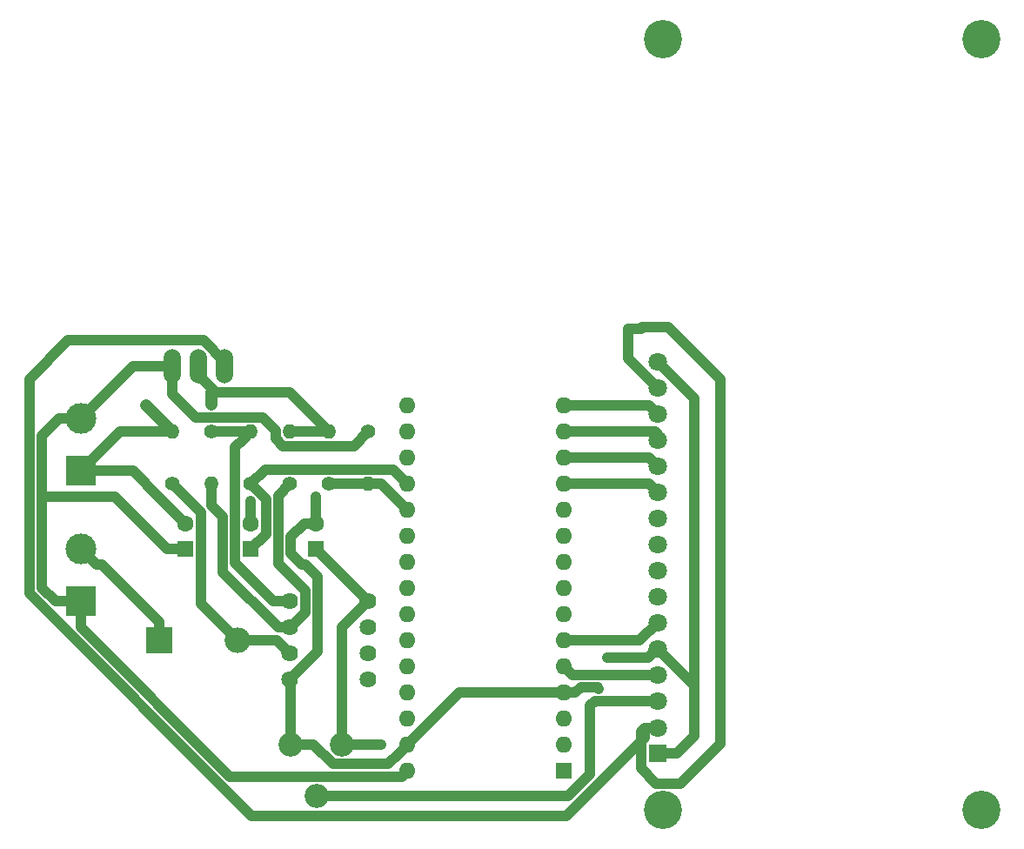
<source format=gbl>
G04 #@! TF.GenerationSoftware,KiCad,Pcbnew,(5.1.2)-2*
G04 #@! TF.CreationDate,2019-09-02T15:00:53-07:00*
G04 #@! TF.ProjectId,watt meter,77617474-206d-4657-9465-722e6b696361,rev?*
G04 #@! TF.SameCoordinates,Original*
G04 #@! TF.FileFunction,Copper,L2,Bot*
G04 #@! TF.FilePolarity,Positive*
%FSLAX46Y46*%
G04 Gerber Fmt 4.6, Leading zero omitted, Abs format (unit mm)*
G04 Created by KiCad (PCBNEW (5.1.2)-2) date 2019-09-02 15:00:53*
%MOMM*%
%LPD*%
G04 APERTURE LIST*
%ADD10R,1.600000X1.600000*%
%ADD11O,1.600000X1.600000*%
%ADD12C,1.600000*%
%ADD13R,1.800000X1.800000*%
%ADD14C,1.800000*%
%ADD15C,3.716000*%
%ADD16R,3.000000X3.000000*%
%ADD17C,3.000000*%
%ADD18O,1.400000X1.400000*%
%ADD19C,1.400000*%
%ADD20C,2.340000*%
%ADD21R,2.500000X2.500000*%
%ADD22O,2.500000X2.500000*%
%ADD23O,1.676400X3.352800*%
%ADD24C,1.625600*%
%ADD25C,0.800000*%
%ADD26C,1.000000*%
%ADD27C,1.200000*%
G04 APERTURE END LIST*
D10*
X115570000Y-113030000D03*
D11*
X100330000Y-80010000D03*
X115570000Y-110490000D03*
X100330000Y-82550000D03*
X115570000Y-107950000D03*
X100330000Y-85090000D03*
X115570000Y-105410000D03*
X100330000Y-87630000D03*
X115570000Y-102870000D03*
X100330000Y-90170000D03*
X115570000Y-100330000D03*
X100330000Y-92710000D03*
X115570000Y-97790000D03*
X100330000Y-95250000D03*
X115570000Y-95250000D03*
X100330000Y-97790000D03*
X115570000Y-92710000D03*
X100330000Y-100330000D03*
X115570000Y-90170000D03*
X100330000Y-102870000D03*
X115570000Y-87630000D03*
X100330000Y-105410000D03*
X115570000Y-85090000D03*
X100330000Y-107950000D03*
X115570000Y-82550000D03*
X100330000Y-110490000D03*
X115570000Y-80010000D03*
X100330000Y-113030000D03*
X115570000Y-77470000D03*
X100330000Y-77470000D03*
D12*
X78740000Y-88940000D03*
D10*
X78740000Y-91440000D03*
X85090000Y-91440000D03*
D12*
X85090000Y-88940000D03*
D10*
X91440000Y-91440000D03*
D12*
X91440000Y-88940000D03*
D13*
X124670000Y-111290000D03*
D14*
X124670000Y-108840000D03*
X124670000Y-106210000D03*
X124670000Y-103670000D03*
X124670000Y-101130000D03*
X124670000Y-98590000D03*
X124670000Y-96050000D03*
X124670000Y-93510000D03*
X124670000Y-90970000D03*
X124670000Y-88430000D03*
X124670000Y-85890000D03*
X124670000Y-83350000D03*
X124670000Y-80810000D03*
X124670000Y-78270000D03*
X124670000Y-75730000D03*
X124670000Y-73190000D03*
D15*
X125170000Y-116790000D03*
X156170000Y-116790000D03*
X125170000Y-41790000D03*
X156170000Y-41790000D03*
D16*
X68580000Y-83820000D03*
D17*
X68580000Y-78740000D03*
X68580000Y-91440000D03*
D16*
X68580000Y-96520000D03*
D18*
X96520000Y-85090000D03*
D19*
X96520000Y-80010000D03*
X92710000Y-85090000D03*
D18*
X92710000Y-80010000D03*
D19*
X77470000Y-85090000D03*
D18*
X77470000Y-80010000D03*
X81280000Y-85090000D03*
D19*
X81280000Y-80010000D03*
X88900000Y-85090000D03*
D18*
X88900000Y-80010000D03*
X85090000Y-80010000D03*
D19*
X85090000Y-85090000D03*
D20*
X88980000Y-110490000D03*
X91480000Y-115490000D03*
X93980000Y-110490000D03*
D21*
X76200000Y-100330000D03*
D22*
X83820000Y-100330000D03*
D23*
X77470000Y-73660000D03*
X80010000Y-73660000D03*
X82550000Y-73660000D03*
D24*
X88900000Y-96520000D03*
X88900000Y-99060000D03*
X96520000Y-99060000D03*
X96520000Y-96520000D03*
X88900000Y-101600000D03*
X88900000Y-104140000D03*
X96520000Y-101600000D03*
X96520000Y-104140000D03*
D25*
X91440000Y-86360000D03*
X85090000Y-86787070D03*
X76180000Y-86380000D03*
X119809999Y-102029999D03*
X118979990Y-105009990D03*
X81280000Y-77309989D03*
X74930000Y-77470000D03*
X97790000Y-110490000D03*
X97269999Y-117360001D03*
D26*
X86490001Y-83689999D02*
X85090000Y-85090000D01*
X100330000Y-85090000D02*
X98929999Y-83689999D01*
X98929999Y-83689999D02*
X86490001Y-83689999D01*
X86590001Y-86590001D02*
X86590001Y-89939999D01*
X85090000Y-85090000D02*
X86590001Y-86590001D01*
X86590001Y-89939999D02*
X85090000Y-91440000D01*
X73620000Y-83820000D02*
X76180000Y-86380000D01*
X68580000Y-83820000D02*
X73620000Y-83820000D01*
X72390000Y-80010000D02*
X68580000Y-83820000D01*
X72390000Y-80010000D02*
X77470000Y-80010000D01*
X92710000Y-80010000D02*
X88900000Y-80010000D01*
X91612810Y-101427190D02*
X91612810Y-94152810D01*
X88900000Y-104140000D02*
X91612810Y-101427190D01*
X90079999Y-92940001D02*
X88990021Y-91850023D01*
X91612810Y-94152810D02*
X90400001Y-92940001D01*
X90400001Y-92940001D02*
X90079999Y-92940001D01*
X90308630Y-88940000D02*
X91440000Y-88940000D01*
X88990021Y-90258609D02*
X90308630Y-88940000D01*
X88990021Y-91850023D02*
X88990021Y-90258609D01*
X126570000Y-111290000D02*
X128270000Y-109590000D01*
X124670000Y-111290000D02*
X126570000Y-111290000D01*
X128270000Y-104730000D02*
X124670000Y-101130000D01*
X128270000Y-109590000D02*
X128270000Y-104730000D01*
X128270000Y-76790000D02*
X128270000Y-104730000D01*
X124670000Y-73190000D02*
X128270000Y-76790000D01*
X99530001Y-111289999D02*
X100330000Y-110490000D01*
X98459999Y-112360001D02*
X99530001Y-111289999D01*
X93082399Y-112360001D02*
X98459999Y-112360001D01*
X91212398Y-110490000D02*
X93082399Y-112360001D01*
X88980000Y-110490000D02*
X91212398Y-110490000D01*
X105410000Y-105410000D02*
X115570000Y-105410000D01*
X100330000Y-110490000D02*
X105410000Y-105410000D01*
X80010000Y-74498200D02*
X81711800Y-76200000D01*
X80010000Y-73660000D02*
X80010000Y-74498200D01*
X88900000Y-76200000D02*
X92710000Y-80010000D01*
X81711800Y-76200000D02*
X88900000Y-76200000D01*
X88980000Y-104220000D02*
X88900000Y-104140000D01*
X88980000Y-110490000D02*
X88980000Y-104220000D01*
X85090000Y-88940000D02*
X85090000Y-87630000D01*
X91440000Y-88940000D02*
X91440000Y-87630000D01*
X85090000Y-87630000D02*
X85090000Y-86787070D01*
X91440000Y-87630000D02*
X91440000Y-86360000D01*
X91440000Y-86360000D02*
X91440000Y-86360000D01*
X85090000Y-86787070D02*
X85090000Y-86787070D01*
X76180000Y-86380000D02*
X78740000Y-88940000D01*
X116701370Y-105410000D02*
X117241360Y-104870010D01*
X115570000Y-105410000D02*
X116701370Y-105410000D01*
X118840010Y-104870010D02*
X118979990Y-105009990D01*
X117241360Y-104870010D02*
X118840010Y-104870010D01*
X123770001Y-102029999D02*
X119809999Y-102029999D01*
X124670000Y-101130000D02*
X123770001Y-102029999D01*
X119809999Y-102029999D02*
X119809999Y-102029999D01*
X118979990Y-105009990D02*
X118979990Y-105009990D01*
D27*
X77470000Y-80010000D02*
X74930000Y-77470000D01*
X81711800Y-76200000D02*
X81280000Y-76200000D01*
X81280000Y-76200000D02*
X81280000Y-77309989D01*
X81280000Y-77309989D02*
X81280000Y-77309989D01*
X74930000Y-77470000D02*
X74930000Y-77470000D01*
D26*
X97790000Y-85090000D02*
X100330000Y-87630000D01*
X96520000Y-85090000D02*
X97790000Y-85090000D01*
X96520000Y-85090000D02*
X92710000Y-85090000D01*
X116370000Y-103670000D02*
X115570000Y-102870000D01*
X124670000Y-103670000D02*
X116370000Y-103670000D01*
X122930000Y-100330000D02*
X124670000Y-98590000D01*
X115570000Y-100330000D02*
X122930000Y-100330000D01*
X123870000Y-85090000D02*
X124670000Y-85890000D01*
X115570000Y-85090000D02*
X123870000Y-85090000D01*
X123870000Y-82550000D02*
X124670000Y-83350000D01*
X115570000Y-82550000D02*
X123870000Y-82550000D01*
X115570000Y-80010000D02*
X124460000Y-80010000D01*
X124670000Y-80220000D02*
X124670000Y-80810000D01*
X124460000Y-80010000D02*
X124670000Y-80220000D01*
X73660000Y-73660000D02*
X77470000Y-73660000D01*
X68580000Y-78740000D02*
X73660000Y-73660000D01*
X66080000Y-96520000D02*
X68580000Y-96520000D01*
X64770000Y-95210000D02*
X66080000Y-96520000D01*
X66458680Y-78740000D02*
X64770000Y-80428680D01*
X68580000Y-78740000D02*
X66458680Y-78740000D01*
X64770000Y-86360000D02*
X64770000Y-95210000D01*
X64770000Y-80428680D02*
X64770000Y-86360000D01*
X76940000Y-91440000D02*
X78740000Y-91440000D01*
X71860000Y-86360000D02*
X76940000Y-91440000D01*
X64770000Y-86360000D02*
X71860000Y-86360000D01*
X99799989Y-113560011D02*
X83080011Y-113560011D01*
X100330000Y-113030000D02*
X99799989Y-113560011D01*
X68580000Y-99060000D02*
X68580000Y-96520000D01*
X83080011Y-113560011D02*
X68580000Y-99060000D01*
X88227999Y-81410001D02*
X95119999Y-81410001D01*
X77470000Y-76336400D02*
X79743599Y-78609999D01*
X95119999Y-81410001D02*
X96520000Y-80010000D01*
X77470000Y-73660000D02*
X77470000Y-76336400D01*
X79743599Y-78609999D02*
X86229999Y-78609999D01*
X86229999Y-78609999D02*
X87499999Y-79879999D01*
X87499999Y-79879999D02*
X87499999Y-80682001D01*
X87499999Y-80682001D02*
X88227999Y-81410001D01*
X123870000Y-77470000D02*
X124670000Y-78270000D01*
X115570000Y-77470000D02*
X123870000Y-77470000D01*
X91440000Y-91440000D02*
X96520000Y-96520000D01*
X93980000Y-99060000D02*
X93980000Y-110490000D01*
X96520000Y-96520000D02*
X93980000Y-99060000D01*
X123770001Y-74830001D02*
X124670000Y-75730000D01*
X130810000Y-74930000D02*
X125730000Y-69850000D01*
X125730000Y-69850000D02*
X123190000Y-69850000D01*
X130810000Y-110353998D02*
X130810000Y-74930000D01*
X124670000Y-108840000D02*
X123397208Y-108840000D01*
X123397208Y-108840000D02*
X123069999Y-109167209D01*
X123069999Y-69970001D02*
X121799999Y-69970001D01*
X123069999Y-109167209D02*
X123069999Y-112750001D01*
X121799999Y-72859999D02*
X123770001Y-74830001D01*
X123069999Y-112750001D02*
X124551997Y-114231999D01*
X121799999Y-69970001D02*
X121799999Y-72859999D01*
X124551997Y-114231999D02*
X126931999Y-114231999D01*
X123190000Y-69850000D02*
X123069999Y-69970001D01*
X126931999Y-114231999D02*
X130810000Y-110353998D01*
X63569991Y-95747061D02*
X63569991Y-74860009D01*
X85182931Y-117360001D02*
X63569991Y-95747061D01*
X115797071Y-117360001D02*
X97269999Y-117360001D01*
X123397208Y-108840000D02*
X123397208Y-109759864D01*
X123397208Y-109759864D02*
X115797071Y-117360001D01*
X63569991Y-74860009D02*
X67310000Y-71120000D01*
X82550000Y-73186443D02*
X82550000Y-73660000D01*
X80483557Y-71120000D02*
X82550000Y-73186443D01*
X67310000Y-71120000D02*
X80483557Y-71120000D01*
X93980000Y-110490000D02*
X97790000Y-110490000D01*
X97790000Y-110490000D02*
X97790000Y-110490000D01*
X97269999Y-117360001D02*
X85182931Y-117360001D01*
X118580000Y-106210000D02*
X124670000Y-106210000D01*
X118110000Y-106680000D02*
X118580000Y-106210000D01*
X118110000Y-113350002D02*
X118110000Y-106680000D01*
X91480000Y-115490000D02*
X115970002Y-115490000D01*
X115970002Y-115490000D02*
X118110000Y-113350002D01*
X76200000Y-98530000D02*
X76200000Y-100330000D01*
X70609999Y-92939999D02*
X76200000Y-98530000D01*
X70079999Y-92939999D02*
X70609999Y-92939999D01*
X68580000Y-91440000D02*
X70079999Y-92939999D01*
X87630000Y-100330000D02*
X88900000Y-101600000D01*
X83820000Y-100330000D02*
X87630000Y-100330000D01*
X83020001Y-99530001D02*
X83820000Y-100330000D01*
X80240001Y-96750001D02*
X83020001Y-99530001D01*
X80240001Y-87860001D02*
X80240001Y-96750001D01*
X77470000Y-85090000D02*
X80240001Y-87860001D01*
X88900000Y-85090000D02*
X87790011Y-86199989D01*
X89712799Y-98247201D02*
X88900000Y-99060000D01*
X90412801Y-97547199D02*
X89712799Y-98247201D01*
X90412801Y-95492801D02*
X90412801Y-97547199D01*
X87790011Y-92870011D02*
X90412801Y-95492801D01*
X87790011Y-86199989D02*
X87790011Y-92870011D01*
X87750528Y-99060000D02*
X88900000Y-99060000D01*
X82389989Y-93699461D02*
X87750528Y-99060000D01*
X82389989Y-88312919D02*
X82389989Y-93699461D01*
X81280000Y-87202930D02*
X82389989Y-88312919D01*
X81280000Y-85090000D02*
X81280000Y-87202930D01*
X81280000Y-80010000D02*
X85090000Y-80010000D01*
X84390001Y-80709999D02*
X85090000Y-80010000D01*
X83589999Y-81510001D02*
X84390001Y-80709999D01*
X83589999Y-92800001D02*
X83589999Y-81510001D01*
X87309998Y-96520000D02*
X83589999Y-92800001D01*
X88900000Y-96520000D02*
X87309998Y-96520000D01*
M02*

</source>
